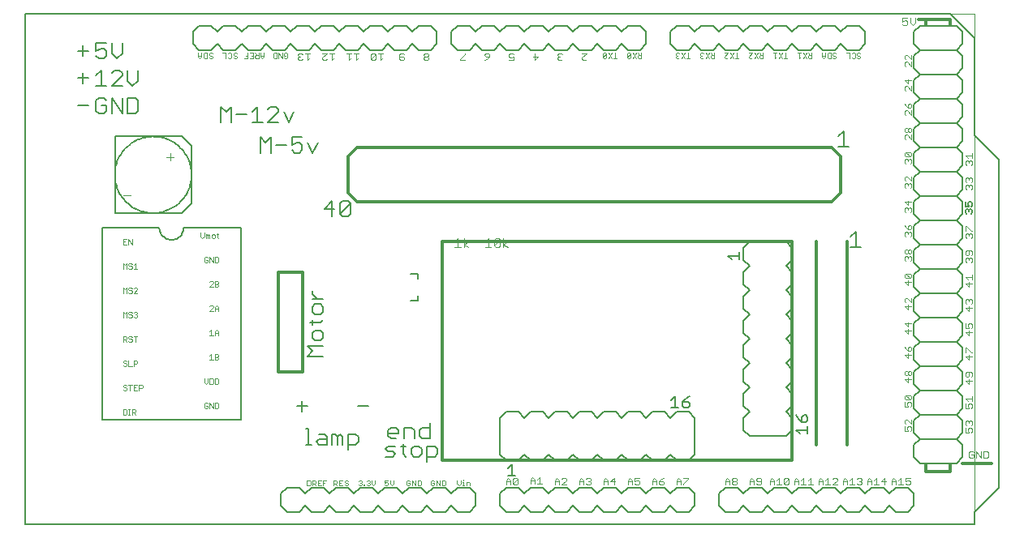
<source format=gto>
G75*
%MOIN*%
%OFA0B0*%
%FSLAX24Y24*%
%IPPOS*%
%LPD*%
%AMOC8*
5,1,8,0,0,1.08239X$1,22.5*
%
%ADD10C,0.0000*%
%ADD11C,0.0060*%
%ADD12C,0.0120*%
%ADD13C,0.0030*%
%ADD14C,0.0080*%
%ADD15C,0.0040*%
%ADD16C,0.0050*%
%ADD17C,0.0020*%
D10*
X004943Y000500D02*
X004943Y021495D01*
X043935Y021495D01*
X043935Y000500D01*
X004943Y000500D01*
D11*
X008093Y004800D02*
X008093Y012700D01*
X010443Y012700D01*
X010445Y012656D01*
X010451Y012613D01*
X010460Y012571D01*
X010473Y012529D01*
X010490Y012489D01*
X010510Y012450D01*
X010533Y012413D01*
X010560Y012379D01*
X010589Y012346D01*
X010622Y012317D01*
X010656Y012290D01*
X010693Y012267D01*
X010732Y012247D01*
X010772Y012230D01*
X010814Y012217D01*
X010856Y012208D01*
X010899Y012202D01*
X010943Y012200D01*
X010987Y012202D01*
X011030Y012208D01*
X011072Y012217D01*
X011114Y012230D01*
X011154Y012247D01*
X011193Y012267D01*
X011230Y012290D01*
X011264Y012317D01*
X011297Y012346D01*
X011326Y012379D01*
X011353Y012413D01*
X011376Y012450D01*
X011396Y012489D01*
X011413Y012529D01*
X011426Y012571D01*
X011435Y012613D01*
X011441Y012656D01*
X011443Y012700D01*
X013793Y012700D01*
X013793Y004800D01*
X008093Y004800D01*
X016098Y005350D02*
X016525Y005350D01*
X016311Y005137D02*
X016311Y005564D01*
X016473Y004421D02*
X016580Y004421D01*
X016580Y003780D01*
X016686Y003780D02*
X016473Y003780D01*
X016903Y003887D02*
X017009Y003994D01*
X017330Y003994D01*
X017330Y004100D02*
X017330Y003780D01*
X017009Y003780D01*
X016903Y003887D01*
X017009Y004207D02*
X017223Y004207D01*
X017330Y004100D01*
X017547Y004207D02*
X017547Y003780D01*
X017761Y003780D02*
X017761Y004100D01*
X017867Y004207D01*
X017974Y004100D01*
X017974Y003780D01*
X018192Y003780D02*
X018512Y003780D01*
X018619Y003887D01*
X018619Y004100D01*
X018512Y004207D01*
X018192Y004207D01*
X018192Y003566D01*
X017761Y004100D02*
X017654Y004207D01*
X017547Y004207D01*
X018598Y005350D02*
X019025Y005350D01*
X019955Y004457D02*
X020168Y004457D01*
X020275Y004350D01*
X020275Y004244D01*
X019848Y004244D01*
X019848Y004350D02*
X019955Y004457D01*
X019848Y004350D02*
X019848Y004137D01*
X019955Y004030D01*
X020168Y004030D01*
X020150Y003707D02*
X019830Y003707D01*
X019723Y003600D01*
X019830Y003494D01*
X020043Y003494D01*
X020150Y003387D01*
X020043Y003280D01*
X019723Y003280D01*
X020474Y003387D02*
X020474Y003814D01*
X020367Y003707D02*
X020581Y003707D01*
X020797Y003600D02*
X020797Y003387D01*
X020904Y003280D01*
X021117Y003280D01*
X021224Y003387D01*
X021224Y003600D01*
X021117Y003707D01*
X020904Y003707D01*
X020797Y003600D01*
X020474Y003387D02*
X020581Y003280D01*
X021442Y003280D02*
X021762Y003280D01*
X021869Y003387D01*
X021869Y003600D01*
X021762Y003707D01*
X021442Y003707D01*
X021442Y003066D01*
X021564Y004030D02*
X021244Y004030D01*
X021137Y004137D01*
X021137Y004350D01*
X021244Y004457D01*
X021564Y004457D01*
X021564Y004671D02*
X021564Y004030D01*
X020919Y004030D02*
X020919Y004350D01*
X020813Y004457D01*
X020492Y004457D01*
X020492Y004030D01*
X024443Y003375D02*
X024693Y003125D01*
X025193Y003125D01*
X025443Y003375D01*
X025693Y003125D01*
X026193Y003125D01*
X026443Y003375D01*
X026693Y003125D01*
X027193Y003125D01*
X027443Y003375D01*
X027693Y003125D01*
X028193Y003125D01*
X028443Y003375D01*
X028693Y003125D01*
X029193Y003125D01*
X029443Y003375D01*
X029693Y003125D01*
X030193Y003125D01*
X030443Y003375D01*
X030693Y003125D01*
X031193Y003125D01*
X031443Y003375D01*
X031693Y003125D01*
X032193Y003125D01*
X032443Y003375D01*
X032443Y004875D01*
X032193Y005125D01*
X031693Y005125D01*
X031443Y004875D01*
X031193Y005125D01*
X030693Y005125D01*
X030443Y004875D01*
X030193Y005125D01*
X029693Y005125D01*
X029443Y004875D01*
X029193Y005125D01*
X028693Y005125D01*
X028443Y004875D01*
X028193Y005125D01*
X027693Y005125D01*
X027443Y004875D01*
X027193Y005125D01*
X026693Y005125D01*
X026443Y004875D01*
X026193Y005125D01*
X025693Y005125D01*
X025443Y004875D01*
X025193Y005125D01*
X024693Y005125D01*
X024443Y004875D01*
X024443Y003375D01*
X017163Y007405D02*
X016522Y007405D01*
X016736Y007619D01*
X016522Y007832D01*
X017163Y007832D01*
X017056Y008050D02*
X017163Y008156D01*
X017163Y008370D01*
X017056Y008477D01*
X016843Y008477D01*
X016736Y008370D01*
X016736Y008156D01*
X016843Y008050D01*
X017056Y008050D01*
X016736Y008694D02*
X016736Y008908D01*
X016629Y008801D02*
X017056Y008801D01*
X017163Y008908D01*
X017056Y009124D02*
X017163Y009231D01*
X017163Y009444D01*
X017056Y009551D01*
X016843Y009551D01*
X016736Y009444D01*
X016736Y009231D01*
X016843Y009124D01*
X017056Y009124D01*
X016949Y009768D02*
X016736Y009982D01*
X016736Y010089D01*
X016736Y009768D02*
X017163Y009768D01*
X020758Y009690D02*
X021078Y009690D01*
X021078Y009910D01*
X021078Y010590D02*
X021078Y010810D01*
X020758Y010810D01*
X018294Y013262D02*
X018188Y013155D01*
X017974Y013155D01*
X017867Y013262D01*
X018294Y013689D01*
X018294Y013262D01*
X017867Y013262D02*
X017867Y013689D01*
X017974Y013796D01*
X018188Y013796D01*
X018294Y013689D01*
X017650Y013475D02*
X017223Y013475D01*
X017543Y013796D01*
X017543Y013155D01*
X016745Y015780D02*
X016959Y016207D01*
X016531Y016207D02*
X016745Y015780D01*
X016314Y015887D02*
X016314Y016100D01*
X016207Y016207D01*
X016100Y016207D01*
X015887Y016100D01*
X015887Y016421D01*
X016314Y016421D01*
X016314Y015887D02*
X016207Y015780D01*
X015994Y015780D01*
X015887Y015887D01*
X015669Y016100D02*
X015242Y016100D01*
X015025Y015780D02*
X015025Y016421D01*
X014811Y016207D01*
X014598Y016421D01*
X014598Y015780D01*
X014689Y017030D02*
X014262Y017030D01*
X014475Y017030D02*
X014475Y017671D01*
X014262Y017457D01*
X014044Y017350D02*
X013617Y017350D01*
X013400Y017030D02*
X013400Y017671D01*
X013186Y017457D01*
X012973Y017671D01*
X012973Y017030D01*
X014906Y017030D02*
X015334Y017457D01*
X015334Y017564D01*
X015227Y017671D01*
X015013Y017671D01*
X014906Y017564D01*
X015551Y017457D02*
X015765Y017030D01*
X015978Y017457D01*
X015334Y017030D02*
X014906Y017030D01*
X009564Y017512D02*
X009564Y017939D01*
X009457Y018046D01*
X009137Y018046D01*
X009137Y017405D01*
X009457Y017405D01*
X009564Y017512D01*
X008919Y017405D02*
X008919Y018046D01*
X008492Y018046D02*
X008919Y017405D01*
X008492Y017405D02*
X008492Y018046D01*
X008275Y017939D02*
X008168Y018046D01*
X007955Y018046D01*
X007848Y017939D01*
X007848Y017512D01*
X007955Y017405D01*
X008168Y017405D01*
X008275Y017512D01*
X008275Y017725D01*
X008061Y017725D01*
X007525Y017725D02*
X007098Y017725D01*
X007311Y018637D02*
X007311Y019064D01*
X007098Y018850D02*
X007525Y018850D01*
X007848Y018957D02*
X008061Y019171D01*
X008061Y018530D01*
X007848Y018530D02*
X008275Y018530D01*
X008492Y018530D02*
X008919Y018957D01*
X008919Y019064D01*
X008813Y019171D01*
X008599Y019171D01*
X008492Y019064D01*
X008492Y018530D02*
X008919Y018530D01*
X009137Y018744D02*
X009350Y018530D01*
X009564Y018744D01*
X009564Y019171D01*
X009137Y019171D02*
X009137Y018744D01*
X008706Y019655D02*
X008919Y019869D01*
X008919Y020296D01*
X008492Y020296D02*
X008492Y019869D01*
X008706Y019655D01*
X008275Y019762D02*
X008275Y019975D01*
X008168Y020082D01*
X008061Y020082D01*
X007848Y019975D01*
X007848Y020296D01*
X008275Y020296D01*
X008275Y019762D02*
X008168Y019655D01*
X007955Y019655D01*
X007848Y019762D01*
X007525Y019975D02*
X007098Y019975D01*
X007311Y020189D02*
X007311Y019762D01*
X034443Y011875D02*
X034443Y011375D01*
X034693Y011125D01*
X034443Y010875D01*
X034443Y010375D01*
X034693Y010125D01*
X034443Y009875D01*
X034443Y009375D01*
X034693Y009125D01*
X034443Y008875D01*
X034443Y008375D01*
X034693Y008125D01*
X034443Y007875D01*
X034443Y007375D01*
X034693Y007125D01*
X034443Y006875D01*
X034443Y006375D01*
X034693Y006125D01*
X034443Y005875D01*
X034443Y005375D01*
X034693Y005125D01*
X034443Y004875D01*
X034443Y004375D01*
X034693Y004125D01*
X036193Y004125D01*
X036443Y004375D01*
X036443Y004875D01*
X036193Y005125D01*
X036443Y005375D01*
X036443Y005875D01*
X036193Y006125D01*
X036443Y006375D01*
X036443Y006875D01*
X036193Y007125D01*
X036443Y007375D01*
X036443Y007875D01*
X036193Y008125D01*
X036443Y008375D01*
X036443Y008875D01*
X036193Y009125D01*
X036443Y009375D01*
X036443Y009875D01*
X036193Y010125D01*
X036443Y010375D01*
X036443Y010875D01*
X036193Y011125D01*
X036443Y011375D01*
X036443Y011875D01*
X036193Y012125D01*
X034693Y012125D01*
X034443Y011875D01*
X038848Y011905D02*
X039275Y011905D01*
X039061Y011905D02*
X039061Y012546D01*
X038848Y012332D01*
X041443Y012250D02*
X041443Y012750D01*
X041693Y013000D01*
X043193Y013000D01*
X043443Y013250D01*
X043443Y013750D01*
X043193Y014000D01*
X041693Y014000D01*
X041443Y014250D01*
X041443Y014750D01*
X041693Y015000D01*
X043193Y015000D01*
X043443Y015250D01*
X043443Y015750D01*
X043193Y016000D01*
X041693Y016000D01*
X041443Y016250D01*
X041443Y016750D01*
X041693Y017000D01*
X043193Y017000D01*
X043443Y017250D01*
X043443Y017750D01*
X043193Y018000D01*
X041693Y018000D01*
X041443Y018250D01*
X041443Y018750D01*
X041693Y019000D01*
X043193Y019000D01*
X043443Y018750D01*
X043443Y018250D01*
X043193Y018000D01*
X041693Y018000D02*
X041443Y017750D01*
X041443Y017250D01*
X041693Y017000D01*
X041693Y016000D02*
X041443Y015750D01*
X041443Y015250D01*
X041693Y015000D01*
X043193Y015000D02*
X043443Y014750D01*
X043443Y014250D01*
X043193Y014000D01*
X043193Y013000D02*
X043443Y012750D01*
X043443Y012250D01*
X043193Y012000D01*
X041693Y012000D01*
X041443Y011750D01*
X041443Y011250D01*
X041693Y011000D01*
X043193Y011000D01*
X043443Y010750D01*
X043443Y010250D01*
X043193Y010000D01*
X041693Y010000D01*
X041443Y010250D01*
X041443Y010750D01*
X041693Y011000D01*
X041693Y010000D02*
X041443Y009750D01*
X041443Y009250D01*
X041693Y009000D01*
X043193Y009000D01*
X043443Y009250D01*
X043443Y009750D01*
X043193Y010000D01*
X043193Y011000D02*
X043443Y011250D01*
X043443Y011750D01*
X043193Y012000D01*
X041693Y012000D02*
X041443Y012250D01*
X041693Y013000D02*
X041443Y013250D01*
X041443Y013750D01*
X041693Y014000D01*
X043193Y016000D02*
X043443Y016250D01*
X043443Y016750D01*
X043193Y017000D01*
X043193Y019000D02*
X043443Y019250D01*
X043443Y019750D01*
X043193Y020000D01*
X041693Y020000D02*
X041443Y019750D01*
X041443Y019250D01*
X041693Y019000D01*
X038561Y016671D02*
X038561Y016030D01*
X038348Y016030D02*
X038775Y016030D01*
X038348Y016457D02*
X038561Y016671D01*
X041693Y009000D02*
X041443Y008750D01*
X041443Y008250D01*
X041693Y008000D01*
X043193Y008000D01*
X043443Y008250D01*
X043443Y008750D01*
X043193Y009000D01*
X043193Y008000D02*
X043443Y007750D01*
X043443Y007250D01*
X043193Y007000D01*
X041693Y007000D01*
X041443Y007250D01*
X041443Y007750D01*
X041693Y008000D01*
X041693Y007000D02*
X041443Y006750D01*
X041443Y006250D01*
X041693Y006000D01*
X043193Y006000D01*
X043443Y006250D01*
X043443Y006750D01*
X043193Y007000D01*
X043193Y006000D02*
X043443Y005750D01*
X043443Y005250D01*
X043193Y005000D01*
X041693Y005000D01*
X041443Y005250D01*
X041443Y005750D01*
X041693Y006000D01*
X041693Y005000D02*
X041443Y004750D01*
X041443Y004250D01*
X041693Y004000D01*
X043193Y004000D02*
X043443Y004250D01*
X043443Y004750D01*
X043193Y005000D01*
D12*
X043443Y003000D02*
X044623Y003000D01*
X042943Y002980D02*
X042943Y002680D01*
X041943Y002680D01*
X041943Y002970D01*
X038693Y003750D02*
X038693Y012125D01*
X037443Y012125D02*
X037443Y003750D01*
X036443Y003125D02*
X022068Y003125D01*
X022068Y012125D01*
X036443Y012125D01*
X036443Y003125D01*
X038068Y013750D02*
X018568Y013750D01*
X018193Y014125D01*
X018193Y015625D01*
X018568Y016000D01*
X038068Y016000D01*
X038443Y015625D01*
X038443Y014125D01*
X038068Y013750D01*
X041943Y021030D02*
X041943Y021280D01*
X041643Y021280D01*
X041943Y021280D02*
X042943Y021280D01*
X042943Y021020D01*
X016318Y010875D02*
X016318Y006750D01*
X015318Y006750D01*
X015318Y010875D01*
X016318Y010875D01*
D13*
X022583Y011890D02*
X022830Y011890D01*
X022951Y011890D02*
X022951Y012260D01*
X023136Y012137D02*
X022951Y012013D01*
X023136Y011890D01*
X022706Y011890D02*
X022706Y012260D01*
X022583Y012137D01*
X023833Y012137D02*
X023956Y012260D01*
X023956Y011890D01*
X023833Y011890D02*
X024080Y011890D01*
X024201Y011952D02*
X024448Y012199D01*
X024448Y011952D01*
X024386Y011890D01*
X024263Y011890D01*
X024201Y011952D01*
X024201Y012199D01*
X024263Y012260D01*
X024386Y012260D01*
X024448Y012199D01*
X024569Y012260D02*
X024569Y011890D01*
X024569Y012013D02*
X024755Y012137D01*
X024569Y012013D02*
X024755Y011890D01*
X028703Y019675D02*
X028668Y019710D01*
X028808Y019850D01*
X028773Y019885D01*
X028703Y019885D01*
X028668Y019850D01*
X028668Y019710D01*
X028703Y019675D02*
X028773Y019675D01*
X028808Y019710D01*
X028808Y019850D01*
X028889Y019885D02*
X029029Y019675D01*
X029110Y019675D02*
X029250Y019675D01*
X029180Y019675D02*
X029180Y019885D01*
X029029Y019885D02*
X028889Y019675D01*
X029668Y019710D02*
X029668Y019850D01*
X029703Y019885D01*
X029773Y019885D01*
X029808Y019850D01*
X029668Y019710D01*
X029703Y019675D01*
X029773Y019675D01*
X029808Y019710D01*
X029808Y019850D01*
X029889Y019885D02*
X030029Y019675D01*
X030110Y019710D02*
X030110Y019780D01*
X030145Y019815D01*
X030250Y019815D01*
X030250Y019885D02*
X030250Y019675D01*
X030145Y019675D01*
X030110Y019710D01*
X030180Y019815D02*
X030110Y019885D01*
X030029Y019885D02*
X029889Y019675D01*
X031668Y019710D02*
X031668Y019745D01*
X031703Y019780D01*
X031668Y019815D01*
X031668Y019850D01*
X031703Y019885D01*
X031773Y019885D01*
X031808Y019850D01*
X031889Y019885D02*
X032029Y019675D01*
X032110Y019675D02*
X032250Y019675D01*
X032180Y019675D02*
X032180Y019885D01*
X032029Y019885D02*
X031889Y019675D01*
X031808Y019710D02*
X031773Y019675D01*
X031703Y019675D01*
X031668Y019710D01*
X031703Y019780D02*
X031738Y019780D01*
X032668Y019815D02*
X032703Y019780D01*
X032738Y019780D01*
X032703Y019780D02*
X032668Y019745D01*
X032668Y019710D01*
X032703Y019675D01*
X032773Y019675D01*
X032808Y019710D01*
X032889Y019675D02*
X033029Y019885D01*
X033110Y019885D02*
X033180Y019815D01*
X033145Y019815D02*
X033250Y019815D01*
X033250Y019885D02*
X033250Y019675D01*
X033145Y019675D01*
X033110Y019710D01*
X033110Y019780D01*
X033145Y019815D01*
X033029Y019675D02*
X032889Y019885D01*
X032808Y019850D02*
X032773Y019885D01*
X032703Y019885D01*
X032668Y019850D01*
X032668Y019815D01*
X033668Y019885D02*
X033808Y019885D01*
X033668Y019745D01*
X033668Y019710D01*
X033703Y019675D01*
X033773Y019675D01*
X033808Y019710D01*
X033889Y019675D02*
X034029Y019885D01*
X033889Y019885D02*
X034029Y019675D01*
X034110Y019675D02*
X034250Y019675D01*
X034180Y019675D02*
X034180Y019885D01*
X034668Y019885D02*
X034808Y019885D01*
X034668Y019745D01*
X034668Y019710D01*
X034703Y019675D01*
X034773Y019675D01*
X034808Y019710D01*
X034889Y019675D02*
X035029Y019885D01*
X035110Y019885D02*
X035180Y019815D01*
X035145Y019815D02*
X035250Y019815D01*
X035250Y019885D02*
X035250Y019675D01*
X035145Y019675D01*
X035110Y019710D01*
X035110Y019780D01*
X035145Y019815D01*
X035029Y019675D02*
X034889Y019885D01*
X035668Y019885D02*
X035808Y019885D01*
X035738Y019885D02*
X035738Y019675D01*
X035808Y019745D01*
X035889Y019675D02*
X036029Y019885D01*
X035889Y019885D02*
X036029Y019675D01*
X036110Y019675D02*
X036250Y019675D01*
X036180Y019675D02*
X036180Y019885D01*
X036668Y019885D02*
X036808Y019885D01*
X036738Y019885D02*
X036738Y019675D01*
X036808Y019745D01*
X036889Y019675D02*
X037029Y019885D01*
X037110Y019885D02*
X037180Y019815D01*
X037145Y019815D02*
X037250Y019815D01*
X037250Y019885D02*
X037250Y019675D01*
X037145Y019675D01*
X037110Y019710D01*
X037110Y019780D01*
X037145Y019815D01*
X037029Y019675D02*
X036889Y019885D01*
X037668Y019885D02*
X037668Y019745D01*
X037738Y019675D01*
X037808Y019745D01*
X037808Y019885D01*
X037889Y019850D02*
X037889Y019710D01*
X037924Y019675D01*
X038029Y019675D01*
X038029Y019885D01*
X037924Y019885D01*
X037889Y019850D01*
X037808Y019780D02*
X037668Y019780D01*
X038110Y019815D02*
X038110Y019850D01*
X038145Y019885D01*
X038215Y019885D01*
X038250Y019850D01*
X038215Y019780D02*
X038145Y019780D01*
X038110Y019815D01*
X038110Y019710D02*
X038145Y019675D01*
X038215Y019675D01*
X038250Y019710D01*
X038250Y019745D01*
X038215Y019780D01*
X038668Y019885D02*
X038808Y019885D01*
X038808Y019675D01*
X038889Y019710D02*
X038924Y019675D01*
X038994Y019675D01*
X039029Y019710D01*
X039029Y019850D01*
X038994Y019885D01*
X038924Y019885D01*
X038889Y019850D01*
X039110Y019850D02*
X039145Y019885D01*
X039215Y019885D01*
X039250Y019850D01*
X039215Y019780D02*
X039145Y019780D01*
X039110Y019815D01*
X039110Y019850D01*
X039215Y019780D02*
X039250Y019745D01*
X039250Y019710D01*
X039215Y019675D01*
X039145Y019675D01*
X039110Y019710D01*
X015709Y019710D02*
X015709Y019850D01*
X015674Y019885D01*
X015604Y019885D01*
X015569Y019850D01*
X015569Y019780D01*
X015639Y019780D01*
X015709Y019710D02*
X015674Y019675D01*
X015604Y019675D01*
X015569Y019710D01*
X015488Y019675D02*
X015348Y019885D01*
X015348Y019675D01*
X015267Y019675D02*
X015267Y019885D01*
X015162Y019885D01*
X015127Y019850D01*
X015127Y019710D01*
X015162Y019675D01*
X015267Y019675D01*
X015488Y019675D02*
X015488Y019885D01*
X014744Y019885D02*
X014744Y019745D01*
X014674Y019675D01*
X014604Y019745D01*
X014604Y019885D01*
X014523Y019885D02*
X014523Y019675D01*
X014418Y019675D01*
X014383Y019710D01*
X014383Y019780D01*
X014418Y019815D01*
X014523Y019815D01*
X014453Y019815D02*
X014383Y019885D01*
X014302Y019885D02*
X014162Y019885D01*
X014081Y019885D02*
X014081Y019675D01*
X013941Y019675D01*
X014011Y019780D02*
X014081Y019780D01*
X014162Y019675D02*
X014302Y019675D01*
X014302Y019885D01*
X014302Y019780D02*
X014232Y019780D01*
X014604Y019780D02*
X014744Y019780D01*
X013625Y019745D02*
X013590Y019780D01*
X013520Y019780D01*
X013485Y019815D01*
X013485Y019850D01*
X013520Y019885D01*
X013590Y019885D01*
X013625Y019850D01*
X013625Y019745D02*
X013625Y019710D01*
X013590Y019675D01*
X013520Y019675D01*
X013485Y019710D01*
X013404Y019710D02*
X013404Y019850D01*
X013369Y019885D01*
X013299Y019885D01*
X013264Y019850D01*
X013183Y019885D02*
X013043Y019885D01*
X013183Y019885D02*
X013183Y019675D01*
X013264Y019710D02*
X013299Y019675D01*
X013369Y019675D01*
X013404Y019710D01*
X012625Y019710D02*
X012625Y019745D01*
X012590Y019780D01*
X012520Y019780D01*
X012485Y019815D01*
X012485Y019850D01*
X012520Y019885D01*
X012590Y019885D01*
X012625Y019850D01*
X012625Y019710D02*
X012590Y019675D01*
X012520Y019675D01*
X012485Y019710D01*
X012404Y019675D02*
X012299Y019675D01*
X012264Y019710D01*
X012264Y019850D01*
X012299Y019885D01*
X012404Y019885D01*
X012404Y019675D01*
X012183Y019745D02*
X012113Y019675D01*
X012043Y019745D01*
X012043Y019885D01*
X012043Y019780D02*
X012183Y019780D01*
X012183Y019745D02*
X012183Y019885D01*
X016514Y002310D02*
X016619Y002310D01*
X016654Y002275D01*
X016654Y002135D01*
X016619Y002100D01*
X016514Y002100D01*
X016514Y002310D01*
X016735Y002310D02*
X016735Y002100D01*
X016735Y002170D02*
X016840Y002170D01*
X016875Y002205D01*
X016875Y002275D01*
X016840Y002310D01*
X016735Y002310D01*
X016805Y002170D02*
X016875Y002100D01*
X016956Y002100D02*
X017096Y002100D01*
X017177Y002100D02*
X017177Y002310D01*
X017317Y002310D01*
X017247Y002205D02*
X017177Y002205D01*
X017096Y002310D02*
X016956Y002310D01*
X016956Y002100D01*
X016956Y002205D02*
X017026Y002205D01*
X017610Y002170D02*
X017715Y002170D01*
X017750Y002205D01*
X017750Y002275D01*
X017715Y002310D01*
X017610Y002310D01*
X017610Y002100D01*
X017680Y002170D02*
X017750Y002100D01*
X017831Y002100D02*
X017971Y002100D01*
X018052Y002135D02*
X018087Y002100D01*
X018157Y002100D01*
X018192Y002135D01*
X018192Y002170D01*
X018157Y002205D01*
X018087Y002205D01*
X018052Y002240D01*
X018052Y002275D01*
X018087Y002310D01*
X018157Y002310D01*
X018192Y002275D01*
X017971Y002310D02*
X017831Y002310D01*
X017831Y002100D01*
X017831Y002205D02*
X017901Y002205D01*
X018624Y002135D02*
X018659Y002100D01*
X018729Y002100D01*
X018765Y002135D01*
X018765Y002170D01*
X018729Y002205D01*
X018694Y002205D01*
X018729Y002205D02*
X018765Y002240D01*
X018765Y002275D01*
X018729Y002310D01*
X018659Y002310D01*
X018624Y002275D01*
X018845Y002135D02*
X018880Y002135D01*
X018880Y002100D01*
X018845Y002100D01*
X018845Y002135D01*
X018956Y002135D02*
X018991Y002100D01*
X019061Y002100D01*
X019096Y002135D01*
X019096Y002170D01*
X019061Y002205D01*
X019026Y002205D01*
X019061Y002205D02*
X019096Y002240D01*
X019096Y002275D01*
X019061Y002310D01*
X018991Y002310D01*
X018956Y002275D01*
X019177Y002310D02*
X019177Y002170D01*
X019247Y002100D01*
X019317Y002170D01*
X019317Y002310D01*
X019706Y002310D02*
X019706Y002205D01*
X019776Y002240D01*
X019811Y002240D01*
X019846Y002205D01*
X019846Y002135D01*
X019811Y002100D01*
X019741Y002100D01*
X019706Y002135D01*
X019706Y002310D02*
X019846Y002310D01*
X019927Y002310D02*
X019927Y002170D01*
X019997Y002100D01*
X020067Y002170D01*
X020067Y002310D01*
X020610Y002275D02*
X020610Y002135D01*
X020645Y002100D01*
X020715Y002100D01*
X020750Y002135D01*
X020750Y002205D01*
X020680Y002205D01*
X020750Y002275D02*
X020715Y002310D01*
X020645Y002310D01*
X020610Y002275D01*
X020831Y002310D02*
X020971Y002100D01*
X020971Y002310D01*
X021052Y002310D02*
X021157Y002310D01*
X021192Y002275D01*
X021192Y002135D01*
X021157Y002100D01*
X021052Y002100D01*
X021052Y002310D01*
X020831Y002310D02*
X020831Y002100D01*
X021610Y002135D02*
X021610Y002275D01*
X021645Y002310D01*
X021715Y002310D01*
X021750Y002275D01*
X021750Y002205D02*
X021680Y002205D01*
X021750Y002205D02*
X021750Y002135D01*
X021715Y002100D01*
X021645Y002100D01*
X021610Y002135D01*
X021831Y002100D02*
X021831Y002310D01*
X021971Y002100D01*
X021971Y002310D01*
X022052Y002310D02*
X022157Y002310D01*
X022192Y002275D01*
X022192Y002135D01*
X022157Y002100D01*
X022052Y002100D01*
X022052Y002310D01*
X022684Y002310D02*
X022684Y002170D01*
X022754Y002100D01*
X022824Y002170D01*
X022824Y002310D01*
X022905Y002240D02*
X022940Y002240D01*
X022940Y002100D01*
X022905Y002100D02*
X022975Y002100D01*
X023052Y002100D02*
X023052Y002240D01*
X023157Y002240D01*
X023192Y002205D01*
X023192Y002100D01*
X022940Y002310D02*
X022940Y002345D01*
D14*
X004943Y000500D02*
X004943Y021500D01*
X042943Y021500D01*
X043943Y020500D01*
X043943Y016500D01*
X044943Y015500D01*
X044943Y002000D01*
X043943Y001000D01*
X043943Y000500D01*
X004943Y000500D01*
X015443Y001250D02*
X015693Y001000D01*
X016193Y001000D01*
X016443Y001250D01*
X016693Y001000D01*
X017193Y001000D01*
X017443Y001250D01*
X017693Y001000D01*
X018193Y001000D01*
X018443Y001250D01*
X018693Y001000D01*
X019193Y001000D01*
X019443Y001250D01*
X019693Y001000D01*
X020193Y001000D01*
X020443Y001250D01*
X020693Y001000D01*
X021193Y001000D01*
X021443Y001250D01*
X021693Y001000D01*
X022193Y001000D01*
X022443Y001250D01*
X022693Y001000D01*
X023193Y001000D01*
X023443Y001250D01*
X023443Y001750D01*
X023193Y002000D01*
X022693Y002000D01*
X022443Y001750D01*
X022193Y002000D01*
X021693Y002000D01*
X021443Y001750D01*
X021193Y002000D01*
X020693Y002000D01*
X020443Y001750D01*
X020193Y002000D01*
X019693Y002000D01*
X019443Y001750D01*
X019193Y002000D01*
X018693Y002000D01*
X018443Y001750D01*
X018193Y002000D01*
X017693Y002000D01*
X017443Y001750D01*
X017193Y002000D01*
X016693Y002000D01*
X016443Y001750D01*
X016193Y002000D01*
X015693Y002000D01*
X015443Y001750D01*
X015443Y001250D01*
X024443Y001250D02*
X024693Y001000D01*
X025193Y001000D01*
X025443Y001250D01*
X025693Y001000D01*
X026193Y001000D01*
X026443Y001250D01*
X026693Y001000D01*
X027193Y001000D01*
X027443Y001250D01*
X027693Y001000D01*
X028193Y001000D01*
X028443Y001250D01*
X028693Y001000D01*
X029193Y001000D01*
X029443Y001250D01*
X029693Y001000D01*
X030193Y001000D01*
X030443Y001250D01*
X030693Y001000D01*
X031193Y001000D01*
X031443Y001250D01*
X031693Y001000D01*
X032193Y001000D01*
X032443Y001250D01*
X032443Y001750D01*
X032193Y002000D01*
X031693Y002000D01*
X031443Y001750D01*
X031193Y002000D01*
X030693Y002000D01*
X030443Y001750D01*
X030193Y002000D01*
X029693Y002000D01*
X029443Y001750D01*
X029193Y002000D01*
X028693Y002000D01*
X028443Y001750D01*
X028193Y002000D01*
X027693Y002000D01*
X027443Y001750D01*
X027193Y002000D01*
X026693Y002000D01*
X026443Y001750D01*
X026193Y002000D01*
X025693Y002000D01*
X025443Y001750D01*
X025193Y002000D01*
X024693Y002000D01*
X024443Y001750D01*
X024443Y001250D01*
X033443Y001250D02*
X033693Y001000D01*
X034193Y001000D01*
X034443Y001250D01*
X034693Y001000D01*
X035193Y001000D01*
X035443Y001250D01*
X035693Y001000D01*
X036193Y001000D01*
X036443Y001250D01*
X036693Y001000D01*
X037193Y001000D01*
X037443Y001250D01*
X037693Y001000D01*
X038193Y001000D01*
X038443Y001250D01*
X038693Y001000D01*
X039193Y001000D01*
X039443Y001250D01*
X039693Y001000D01*
X040193Y001000D01*
X040443Y001250D01*
X040693Y001000D01*
X041193Y001000D01*
X041443Y001250D01*
X041443Y001750D01*
X041193Y002000D01*
X040693Y002000D01*
X040443Y001750D01*
X040193Y002000D01*
X039693Y002000D01*
X039443Y001750D01*
X039193Y002000D01*
X038693Y002000D01*
X038443Y001750D01*
X038193Y002000D01*
X037693Y002000D01*
X037443Y001750D01*
X037193Y002000D01*
X036693Y002000D01*
X036443Y001750D01*
X036193Y002000D01*
X035693Y002000D01*
X035443Y001750D01*
X035193Y002000D01*
X034693Y002000D01*
X034443Y001750D01*
X034193Y002000D01*
X033693Y002000D01*
X033443Y001750D01*
X033443Y001250D01*
X041443Y003250D02*
X041693Y003000D01*
X043193Y003000D01*
X043443Y003250D01*
X043443Y003750D01*
X043193Y004000D01*
X041693Y004000D01*
X041443Y003750D01*
X041443Y003250D01*
X041693Y020000D02*
X043193Y020000D01*
X043443Y020250D01*
X043443Y020750D01*
X043193Y021000D01*
X041693Y021000D01*
X041443Y020750D01*
X041443Y020250D01*
X041693Y020000D01*
X039443Y020250D02*
X039193Y020000D01*
X038693Y020000D01*
X038443Y020250D01*
X038193Y020000D01*
X037693Y020000D01*
X037443Y020250D01*
X037193Y020000D01*
X036693Y020000D01*
X036443Y020250D01*
X036193Y020000D01*
X035693Y020000D01*
X035443Y020250D01*
X035193Y020000D01*
X034693Y020000D01*
X034443Y020250D01*
X034193Y020000D01*
X033693Y020000D01*
X033443Y020250D01*
X033193Y020000D01*
X032693Y020000D01*
X032443Y020250D01*
X032193Y020000D01*
X031693Y020000D01*
X031443Y020250D01*
X031443Y020750D01*
X031693Y021000D01*
X032193Y021000D01*
X032443Y020750D01*
X032693Y021000D01*
X033193Y021000D01*
X033443Y020750D01*
X033693Y021000D01*
X034193Y021000D01*
X034443Y020750D01*
X034693Y021000D01*
X035193Y021000D01*
X035443Y020750D01*
X035693Y021000D01*
X036193Y021000D01*
X036443Y020750D01*
X036693Y021000D01*
X037193Y021000D01*
X037443Y020750D01*
X037693Y021000D01*
X038193Y021000D01*
X038443Y020750D01*
X038693Y021000D01*
X039193Y021000D01*
X039443Y020750D01*
X039443Y020250D01*
X030443Y020250D02*
X030193Y020000D01*
X029693Y020000D01*
X029443Y020250D01*
X029193Y020000D01*
X028693Y020000D01*
X028443Y020250D01*
X028193Y020000D01*
X027693Y020000D01*
X027443Y020250D01*
X027193Y020000D01*
X026693Y020000D01*
X026443Y020250D01*
X026193Y020000D01*
X025693Y020000D01*
X025443Y020250D01*
X025193Y020000D01*
X024693Y020000D01*
X024443Y020250D01*
X024193Y020000D01*
X023693Y020000D01*
X023443Y020250D01*
X023193Y020000D01*
X022693Y020000D01*
X022443Y020250D01*
X022443Y020750D01*
X022693Y021000D01*
X023193Y021000D01*
X023443Y020750D01*
X023693Y021000D01*
X024193Y021000D01*
X024443Y020750D01*
X024693Y021000D01*
X025193Y021000D01*
X025443Y020750D01*
X025693Y021000D01*
X026193Y021000D01*
X026443Y020750D01*
X026693Y021000D01*
X027193Y021000D01*
X027443Y020750D01*
X027693Y021000D01*
X028193Y021000D01*
X028443Y020750D01*
X028693Y021000D01*
X029193Y021000D01*
X029443Y020750D01*
X029693Y021000D01*
X030193Y021000D01*
X030443Y020750D01*
X030443Y020250D01*
X021843Y020250D02*
X021593Y020000D01*
X021093Y020000D01*
X020843Y020250D01*
X020593Y020000D01*
X020093Y020000D01*
X019843Y020250D01*
X019593Y020000D01*
X019093Y020000D01*
X018843Y020250D01*
X018593Y020000D01*
X018093Y020000D01*
X017843Y020250D01*
X017593Y020000D01*
X017093Y020000D01*
X016843Y020250D01*
X016593Y020000D01*
X016093Y020000D01*
X015843Y020250D01*
X015593Y020000D01*
X015093Y020000D01*
X014843Y020250D01*
X014593Y020000D01*
X014093Y020000D01*
X013843Y020250D01*
X013818Y020250D02*
X013568Y020000D01*
X013068Y020000D01*
X012818Y020250D01*
X012568Y020000D01*
X012068Y020000D01*
X011818Y020250D01*
X011818Y020750D01*
X012068Y021000D01*
X012568Y021000D01*
X012818Y020750D01*
X013068Y021000D01*
X013568Y021000D01*
X013818Y020750D01*
X013843Y020750D02*
X014093Y021000D01*
X014593Y021000D01*
X014843Y020750D01*
X015093Y021000D01*
X015593Y021000D01*
X015843Y020750D01*
X016093Y021000D01*
X016593Y021000D01*
X016843Y020750D01*
X017093Y021000D01*
X017593Y021000D01*
X017843Y020750D01*
X018093Y021000D01*
X018593Y021000D01*
X018843Y020750D01*
X019093Y021000D01*
X019593Y021000D01*
X019843Y020750D01*
X020093Y021000D01*
X020593Y021000D01*
X020843Y020750D01*
X021093Y021000D01*
X021593Y021000D01*
X021843Y020750D01*
X021843Y020250D01*
D15*
X021451Y019880D02*
X021498Y019833D01*
X021498Y019787D01*
X021451Y019740D01*
X021358Y019740D01*
X021311Y019787D01*
X021311Y019833D01*
X021358Y019880D01*
X021451Y019880D01*
X021451Y019740D02*
X021498Y019693D01*
X021498Y019646D01*
X021451Y019600D01*
X021358Y019600D01*
X021311Y019646D01*
X021311Y019693D01*
X021358Y019740D01*
X020498Y019693D02*
X020451Y019740D01*
X020311Y019740D01*
X020311Y019833D02*
X020311Y019646D01*
X020358Y019600D01*
X020451Y019600D01*
X020498Y019646D01*
X020498Y019693D01*
X020498Y019833D02*
X020451Y019880D01*
X020358Y019880D01*
X020311Y019833D01*
X019623Y019880D02*
X019436Y019880D01*
X019529Y019880D02*
X019529Y019600D01*
X019623Y019693D01*
X019328Y019646D02*
X019328Y019833D01*
X019141Y019646D01*
X019141Y019833D01*
X019188Y019880D01*
X019281Y019880D01*
X019328Y019833D01*
X019328Y019646D02*
X019281Y019600D01*
X019188Y019600D01*
X019141Y019646D01*
X018623Y019693D02*
X018529Y019600D01*
X018529Y019880D01*
X018436Y019880D02*
X018623Y019880D01*
X018328Y019880D02*
X018141Y019880D01*
X018235Y019880D02*
X018235Y019600D01*
X018328Y019693D01*
X017623Y019693D02*
X017529Y019600D01*
X017529Y019880D01*
X017436Y019880D02*
X017623Y019880D01*
X017328Y019880D02*
X017141Y019693D01*
X017141Y019646D01*
X017188Y019600D01*
X017281Y019600D01*
X017328Y019646D01*
X017328Y019880D02*
X017141Y019880D01*
X016623Y019880D02*
X016436Y019880D01*
X016529Y019880D02*
X016529Y019600D01*
X016623Y019693D01*
X016328Y019646D02*
X016281Y019600D01*
X016188Y019600D01*
X016141Y019646D01*
X016141Y019693D01*
X016188Y019740D01*
X016141Y019787D01*
X016141Y019833D01*
X016188Y019880D01*
X016281Y019880D01*
X016328Y019833D01*
X016235Y019740D02*
X016188Y019740D01*
X010890Y015763D02*
X010890Y015456D01*
X010737Y015609D02*
X011044Y015609D01*
X009272Y014035D02*
X008965Y014035D01*
X022811Y019600D02*
X022811Y019646D01*
X022998Y019833D01*
X022998Y019880D01*
X022998Y019600D02*
X022811Y019600D01*
X023811Y019600D02*
X023904Y019646D01*
X023998Y019740D01*
X023858Y019740D01*
X023811Y019787D01*
X023811Y019833D01*
X023858Y019880D01*
X023951Y019880D01*
X023998Y019833D01*
X023998Y019740D01*
X024811Y019740D02*
X024811Y019833D01*
X024858Y019880D01*
X024951Y019880D01*
X024998Y019833D01*
X024998Y019740D02*
X024904Y019693D01*
X024858Y019693D01*
X024811Y019740D01*
X024811Y019600D02*
X024998Y019600D01*
X024998Y019740D01*
X025811Y019740D02*
X025998Y019740D01*
X025858Y019600D01*
X025858Y019880D01*
X026811Y019833D02*
X026811Y019787D01*
X026858Y019740D01*
X026904Y019740D01*
X026858Y019740D02*
X026811Y019693D01*
X026811Y019646D01*
X026858Y019600D01*
X026951Y019600D01*
X026998Y019646D01*
X026998Y019833D02*
X026951Y019880D01*
X026858Y019880D01*
X026811Y019833D01*
X027811Y019880D02*
X027998Y019880D01*
X027811Y019693D01*
X027811Y019646D01*
X027858Y019600D01*
X027951Y019600D01*
X027998Y019646D01*
X040963Y021072D02*
X041015Y021020D01*
X041118Y021020D01*
X041170Y021072D01*
X041170Y021175D01*
X041118Y021227D01*
X041066Y021227D01*
X040963Y021175D01*
X040963Y021330D01*
X041170Y021330D01*
X041285Y021330D02*
X041285Y021123D01*
X041389Y021020D01*
X041492Y021123D01*
X041492Y021330D01*
X041348Y019811D02*
X041348Y019625D01*
X041161Y019811D01*
X041114Y019811D01*
X041068Y019765D01*
X041068Y019671D01*
X041114Y019625D01*
X041114Y019517D02*
X041068Y019470D01*
X041068Y019377D01*
X041114Y019330D01*
X041114Y019517D02*
X041161Y019517D01*
X041348Y019330D01*
X041348Y019517D01*
X041208Y018811D02*
X041208Y018625D01*
X041068Y018765D01*
X041348Y018765D01*
X041348Y018517D02*
X041348Y018330D01*
X041161Y018517D01*
X041114Y018517D01*
X041068Y018470D01*
X041068Y018377D01*
X041114Y018330D01*
X041068Y017811D02*
X041114Y017718D01*
X041208Y017625D01*
X041208Y017765D01*
X041254Y017811D01*
X041301Y017811D01*
X041348Y017765D01*
X041348Y017671D01*
X041301Y017625D01*
X041208Y017625D01*
X041161Y017517D02*
X041114Y017517D01*
X041068Y017470D01*
X041068Y017377D01*
X041114Y017330D01*
X041161Y017517D02*
X041348Y017330D01*
X041348Y017517D01*
X041301Y016811D02*
X041348Y016765D01*
X041348Y016671D01*
X041301Y016625D01*
X041254Y016625D01*
X041208Y016671D01*
X041208Y016765D01*
X041254Y016811D01*
X041301Y016811D01*
X041208Y016765D02*
X041161Y016811D01*
X041114Y016811D01*
X041068Y016765D01*
X041068Y016671D01*
X041114Y016625D01*
X041161Y016625D01*
X041208Y016671D01*
X041161Y016517D02*
X041114Y016517D01*
X041068Y016470D01*
X041068Y016377D01*
X041114Y016330D01*
X041161Y016517D02*
X041348Y016330D01*
X041348Y016517D01*
X041301Y015811D02*
X041348Y015765D01*
X041348Y015671D01*
X041301Y015625D01*
X041114Y015811D01*
X041301Y015811D01*
X041301Y015625D02*
X041114Y015625D01*
X041068Y015671D01*
X041068Y015765D01*
X041114Y015811D01*
X041114Y015517D02*
X041161Y015517D01*
X041208Y015470D01*
X041254Y015517D01*
X041301Y015517D01*
X041348Y015470D01*
X041348Y015377D01*
X041301Y015330D01*
X041208Y015423D02*
X041208Y015470D01*
X041114Y015517D02*
X041068Y015470D01*
X041068Y015377D01*
X041114Y015330D01*
X041114Y014811D02*
X041068Y014765D01*
X041068Y014671D01*
X041114Y014625D01*
X041114Y014517D02*
X041161Y014517D01*
X041208Y014470D01*
X041254Y014517D01*
X041301Y014517D01*
X041348Y014470D01*
X041348Y014377D01*
X041301Y014330D01*
X041208Y014423D02*
X041208Y014470D01*
X041114Y014517D02*
X041068Y014470D01*
X041068Y014377D01*
X041114Y014330D01*
X041348Y014625D02*
X041161Y014811D01*
X041114Y014811D01*
X041348Y014811D02*
X041348Y014625D01*
X041208Y013811D02*
X041208Y013625D01*
X041068Y013765D01*
X041348Y013765D01*
X041301Y013517D02*
X041348Y013470D01*
X041348Y013377D01*
X041301Y013330D01*
X041208Y013423D02*
X041208Y013470D01*
X041254Y013517D01*
X041301Y013517D01*
X041208Y013470D02*
X041161Y013517D01*
X041114Y013517D01*
X041068Y013470D01*
X041068Y013377D01*
X041114Y013330D01*
X041068Y012811D02*
X041114Y012718D01*
X041208Y012625D01*
X041208Y012765D01*
X041254Y012811D01*
X041301Y012811D01*
X041348Y012765D01*
X041348Y012671D01*
X041301Y012625D01*
X041208Y012625D01*
X041254Y012517D02*
X041301Y012517D01*
X041348Y012470D01*
X041348Y012377D01*
X041301Y012330D01*
X041208Y012423D02*
X041208Y012470D01*
X041254Y012517D01*
X041208Y012470D02*
X041161Y012517D01*
X041114Y012517D01*
X041068Y012470D01*
X041068Y012377D01*
X041114Y012330D01*
X041114Y011811D02*
X041161Y011811D01*
X041208Y011765D01*
X041208Y011671D01*
X041161Y011625D01*
X041114Y011625D01*
X041068Y011671D01*
X041068Y011765D01*
X041114Y011811D01*
X041208Y011765D02*
X041254Y011811D01*
X041301Y011811D01*
X041348Y011765D01*
X041348Y011671D01*
X041301Y011625D01*
X041254Y011625D01*
X041208Y011671D01*
X041254Y011517D02*
X041301Y011517D01*
X041348Y011470D01*
X041348Y011377D01*
X041301Y011330D01*
X041208Y011423D02*
X041208Y011470D01*
X041254Y011517D01*
X041208Y011470D02*
X041161Y011517D01*
X041114Y011517D01*
X041068Y011470D01*
X041068Y011377D01*
X041114Y011330D01*
X041114Y010811D02*
X041301Y010625D01*
X041348Y010671D01*
X041348Y010765D01*
X041301Y010811D01*
X041114Y010811D01*
X041068Y010765D01*
X041068Y010671D01*
X041114Y010625D01*
X041301Y010625D01*
X041208Y010517D02*
X041208Y010330D01*
X041068Y010470D01*
X041348Y010470D01*
X041348Y009811D02*
X041348Y009625D01*
X041161Y009811D01*
X041114Y009811D01*
X041068Y009765D01*
X041068Y009671D01*
X041114Y009625D01*
X041208Y009517D02*
X041208Y009330D01*
X041068Y009470D01*
X041348Y009470D01*
X041208Y008811D02*
X041208Y008625D01*
X041068Y008765D01*
X041348Y008765D01*
X041208Y008517D02*
X041208Y008330D01*
X041068Y008470D01*
X041348Y008470D01*
X041301Y007811D02*
X041254Y007811D01*
X041208Y007765D01*
X041208Y007625D01*
X041301Y007625D01*
X041348Y007671D01*
X041348Y007765D01*
X041301Y007811D01*
X041208Y007625D02*
X041114Y007718D01*
X041068Y007811D01*
X041208Y007517D02*
X041208Y007330D01*
X041068Y007470D01*
X041348Y007470D01*
X041301Y006811D02*
X041348Y006765D01*
X041348Y006671D01*
X041301Y006625D01*
X041254Y006625D01*
X041208Y006671D01*
X041208Y006765D01*
X041254Y006811D01*
X041301Y006811D01*
X041208Y006765D02*
X041161Y006811D01*
X041114Y006811D01*
X041068Y006765D01*
X041068Y006671D01*
X041114Y006625D01*
X041161Y006625D01*
X041208Y006671D01*
X041208Y006517D02*
X041208Y006330D01*
X041068Y006470D01*
X041348Y006470D01*
X041301Y005811D02*
X041348Y005765D01*
X041348Y005671D01*
X041301Y005625D01*
X041114Y005811D01*
X041301Y005811D01*
X041301Y005625D02*
X041114Y005625D01*
X041068Y005671D01*
X041068Y005765D01*
X041114Y005811D01*
X041068Y005517D02*
X041068Y005330D01*
X041208Y005330D01*
X041161Y005423D01*
X041161Y005470D01*
X041208Y005517D01*
X041301Y005517D01*
X041348Y005470D01*
X041348Y005377D01*
X041301Y005330D01*
X041348Y004811D02*
X041348Y004625D01*
X041161Y004811D01*
X041114Y004811D01*
X041068Y004765D01*
X041068Y004671D01*
X041114Y004625D01*
X041068Y004517D02*
X041068Y004330D01*
X041208Y004330D01*
X041161Y004423D01*
X041161Y004470D01*
X041208Y004517D01*
X041301Y004517D01*
X041348Y004470D01*
X041348Y004377D01*
X041301Y004330D01*
X043558Y004270D02*
X043698Y004270D01*
X043651Y004363D01*
X043651Y004410D01*
X043698Y004457D01*
X043791Y004457D01*
X043838Y004410D01*
X043838Y004317D01*
X043791Y004270D01*
X043558Y004270D02*
X043558Y004457D01*
X043604Y004565D02*
X043558Y004611D01*
X043558Y004705D01*
X043604Y004751D01*
X043651Y004751D01*
X043698Y004705D01*
X043744Y004751D01*
X043791Y004751D01*
X043838Y004705D01*
X043838Y004611D01*
X043791Y004565D01*
X043698Y004658D02*
X043698Y004705D01*
X043698Y005270D02*
X043651Y005363D01*
X043651Y005410D01*
X043698Y005457D01*
X043791Y005457D01*
X043838Y005410D01*
X043838Y005317D01*
X043791Y005270D01*
X043698Y005270D02*
X043558Y005270D01*
X043558Y005457D01*
X043651Y005565D02*
X043558Y005658D01*
X043838Y005658D01*
X043838Y005565D02*
X043838Y005751D01*
X043698Y006270D02*
X043698Y006457D01*
X043651Y006565D02*
X043698Y006611D01*
X043698Y006751D01*
X043791Y006751D02*
X043604Y006751D01*
X043558Y006705D01*
X043558Y006611D01*
X043604Y006565D01*
X043651Y006565D01*
X043791Y006565D02*
X043838Y006611D01*
X043838Y006705D01*
X043791Y006751D01*
X043838Y006410D02*
X043558Y006410D01*
X043698Y006270D01*
X043698Y007270D02*
X043698Y007457D01*
X043791Y007565D02*
X043604Y007751D01*
X043558Y007751D01*
X043558Y007565D01*
X043558Y007410D02*
X043698Y007270D01*
X043838Y007410D02*
X043558Y007410D01*
X043791Y007565D02*
X043838Y007565D01*
X043698Y008270D02*
X043698Y008457D01*
X043698Y008565D02*
X043651Y008658D01*
X043651Y008705D01*
X043698Y008751D01*
X043791Y008751D01*
X043838Y008705D01*
X043838Y008611D01*
X043791Y008565D01*
X043698Y008565D02*
X043558Y008565D01*
X043558Y008751D01*
X043558Y008410D02*
X043698Y008270D01*
X043838Y008410D02*
X043558Y008410D01*
X043698Y009270D02*
X043698Y009457D01*
X043791Y009565D02*
X043838Y009611D01*
X043838Y009705D01*
X043791Y009751D01*
X043744Y009751D01*
X043698Y009705D01*
X043698Y009658D01*
X043698Y009705D02*
X043651Y009751D01*
X043604Y009751D01*
X043558Y009705D01*
X043558Y009611D01*
X043604Y009565D01*
X043558Y009410D02*
X043698Y009270D01*
X043838Y009410D02*
X043558Y009410D01*
X043698Y010270D02*
X043698Y010457D01*
X043651Y010565D02*
X043558Y010658D01*
X043838Y010658D01*
X043838Y010565D02*
X043838Y010751D01*
X043791Y011270D02*
X043838Y011317D01*
X043838Y011410D01*
X043791Y011457D01*
X043744Y011457D01*
X043698Y011410D01*
X043698Y011363D01*
X043698Y011410D02*
X043651Y011457D01*
X043604Y011457D01*
X043558Y011410D01*
X043558Y011317D01*
X043604Y011270D01*
X043604Y011565D02*
X043651Y011565D01*
X043698Y011611D01*
X043698Y011751D01*
X043791Y011751D02*
X043604Y011751D01*
X043558Y011705D01*
X043558Y011611D01*
X043604Y011565D01*
X043791Y011565D02*
X043838Y011611D01*
X043838Y011705D01*
X043791Y011751D01*
X043791Y012270D02*
X043838Y012317D01*
X043838Y012410D01*
X043791Y012457D01*
X043744Y012457D01*
X043698Y012410D01*
X043698Y012363D01*
X043698Y012410D02*
X043651Y012457D01*
X043604Y012457D01*
X043558Y012410D01*
X043558Y012317D01*
X043604Y012270D01*
X043558Y012565D02*
X043558Y012751D01*
X043604Y012751D01*
X043791Y012565D01*
X043838Y012565D01*
X043791Y014270D02*
X043838Y014317D01*
X043838Y014410D01*
X043791Y014457D01*
X043744Y014457D01*
X043698Y014410D01*
X043698Y014363D01*
X043698Y014410D02*
X043651Y014457D01*
X043604Y014457D01*
X043558Y014410D01*
X043558Y014317D01*
X043604Y014270D01*
X043604Y014565D02*
X043558Y014611D01*
X043558Y014705D01*
X043604Y014751D01*
X043651Y014751D01*
X043698Y014705D01*
X043744Y014751D01*
X043791Y014751D01*
X043838Y014705D01*
X043838Y014611D01*
X043791Y014565D01*
X043698Y014658D02*
X043698Y014705D01*
X043791Y015270D02*
X043838Y015317D01*
X043838Y015410D01*
X043791Y015457D01*
X043744Y015457D01*
X043698Y015410D01*
X043698Y015363D01*
X043698Y015410D02*
X043651Y015457D01*
X043604Y015457D01*
X043558Y015410D01*
X043558Y015317D01*
X043604Y015270D01*
X043651Y015565D02*
X043558Y015658D01*
X043838Y015658D01*
X043838Y015565D02*
X043838Y015751D01*
X043838Y010410D02*
X043558Y010410D01*
X043698Y010270D01*
X043760Y003510D02*
X043713Y003464D01*
X043713Y003277D01*
X043760Y003230D01*
X043853Y003230D01*
X043900Y003277D01*
X043900Y003370D01*
X043806Y003370D01*
X043900Y003464D02*
X043853Y003510D01*
X043760Y003510D01*
X044007Y003510D02*
X044194Y003230D01*
X044194Y003510D01*
X044302Y003510D02*
X044442Y003510D01*
X044489Y003464D01*
X044489Y003277D01*
X044442Y003230D01*
X044302Y003230D01*
X044302Y003510D01*
X044007Y003510D02*
X044007Y003230D01*
X041295Y002405D02*
X041108Y002405D01*
X041108Y002265D01*
X041202Y002312D01*
X041248Y002312D01*
X041295Y002265D01*
X041295Y002172D01*
X041248Y002125D01*
X041155Y002125D01*
X041108Y002172D01*
X041000Y002125D02*
X040814Y002125D01*
X040907Y002125D02*
X040907Y002405D01*
X040814Y002312D01*
X040706Y002312D02*
X040706Y002125D01*
X040706Y002265D02*
X040519Y002265D01*
X040519Y002312D02*
X040612Y002405D01*
X040706Y002312D01*
X040519Y002312D02*
X040519Y002125D01*
X040295Y002265D02*
X040108Y002265D01*
X040248Y002405D01*
X040248Y002125D01*
X040000Y002125D02*
X039814Y002125D01*
X039907Y002125D02*
X039907Y002405D01*
X039814Y002312D01*
X039706Y002312D02*
X039706Y002125D01*
X039706Y002265D02*
X039519Y002265D01*
X039519Y002312D02*
X039612Y002405D01*
X039706Y002312D01*
X039519Y002312D02*
X039519Y002125D01*
X039295Y002172D02*
X039248Y002125D01*
X039155Y002125D01*
X039108Y002172D01*
X039000Y002125D02*
X038814Y002125D01*
X038907Y002125D02*
X038907Y002405D01*
X038814Y002312D01*
X038706Y002312D02*
X038706Y002125D01*
X038706Y002265D02*
X038519Y002265D01*
X038519Y002312D02*
X038612Y002405D01*
X038706Y002312D01*
X038519Y002312D02*
X038519Y002125D01*
X038295Y002125D02*
X038108Y002125D01*
X038295Y002312D01*
X038295Y002359D01*
X038248Y002405D01*
X038155Y002405D01*
X038108Y002359D01*
X037907Y002405D02*
X037907Y002125D01*
X037814Y002125D02*
X038000Y002125D01*
X037814Y002312D02*
X037907Y002405D01*
X037706Y002312D02*
X037706Y002125D01*
X037706Y002265D02*
X037519Y002265D01*
X037519Y002312D02*
X037612Y002405D01*
X037706Y002312D01*
X037519Y002312D02*
X037519Y002125D01*
X037295Y002125D02*
X037108Y002125D01*
X037202Y002125D02*
X037202Y002405D01*
X037108Y002312D01*
X037000Y002125D02*
X036814Y002125D01*
X036907Y002125D02*
X036907Y002405D01*
X036814Y002312D01*
X036706Y002312D02*
X036706Y002125D01*
X036706Y002265D02*
X036519Y002265D01*
X036519Y002312D02*
X036612Y002405D01*
X036706Y002312D01*
X036519Y002312D02*
X036519Y002125D01*
X036295Y002172D02*
X036295Y002359D01*
X036108Y002172D01*
X036155Y002125D01*
X036248Y002125D01*
X036295Y002172D01*
X036295Y002359D02*
X036248Y002405D01*
X036155Y002405D01*
X036108Y002359D01*
X036108Y002172D01*
X036000Y002125D02*
X035814Y002125D01*
X035907Y002125D02*
X035907Y002405D01*
X035814Y002312D01*
X035706Y002312D02*
X035706Y002125D01*
X035706Y002265D02*
X035519Y002265D01*
X035519Y002312D02*
X035612Y002405D01*
X035706Y002312D01*
X035519Y002312D02*
X035519Y002125D01*
X035170Y002172D02*
X035170Y002359D01*
X035123Y002405D01*
X035030Y002405D01*
X034983Y002359D01*
X034983Y002312D01*
X035030Y002265D01*
X035170Y002265D01*
X035170Y002172D02*
X035123Y002125D01*
X035030Y002125D01*
X034983Y002172D01*
X034875Y002125D02*
X034875Y002312D01*
X034782Y002405D01*
X034689Y002312D01*
X034689Y002125D01*
X034689Y002265D02*
X034875Y002265D01*
X034170Y002218D02*
X034170Y002172D01*
X034123Y002125D01*
X034030Y002125D01*
X033983Y002172D01*
X033983Y002218D01*
X034030Y002265D01*
X034123Y002265D01*
X034170Y002218D01*
X034123Y002265D02*
X034170Y002312D01*
X034170Y002359D01*
X034123Y002405D01*
X034030Y002405D01*
X033983Y002359D01*
X033983Y002312D01*
X034030Y002265D01*
X033875Y002265D02*
X033689Y002265D01*
X033689Y002312D02*
X033782Y002405D01*
X033875Y002312D01*
X033875Y002125D01*
X033689Y002125D02*
X033689Y002312D01*
X032170Y002359D02*
X031983Y002172D01*
X031983Y002125D01*
X031875Y002125D02*
X031875Y002312D01*
X031782Y002405D01*
X031689Y002312D01*
X031689Y002125D01*
X031689Y002265D02*
X031875Y002265D01*
X031983Y002405D02*
X032170Y002405D01*
X032170Y002359D01*
X031170Y002405D02*
X031077Y002359D01*
X030983Y002265D01*
X031123Y002265D01*
X031170Y002218D01*
X031170Y002172D01*
X031123Y002125D01*
X031030Y002125D01*
X030983Y002172D01*
X030983Y002265D01*
X030875Y002265D02*
X030689Y002265D01*
X030689Y002312D02*
X030782Y002405D01*
X030875Y002312D01*
X030875Y002125D01*
X030689Y002125D02*
X030689Y002312D01*
X030170Y002265D02*
X030170Y002172D01*
X030123Y002125D01*
X030030Y002125D01*
X029983Y002172D01*
X029983Y002265D02*
X030077Y002312D01*
X030123Y002312D01*
X030170Y002265D01*
X030170Y002405D02*
X029983Y002405D01*
X029983Y002265D01*
X029875Y002265D02*
X029689Y002265D01*
X029689Y002312D02*
X029782Y002405D01*
X029875Y002312D01*
X029875Y002125D01*
X029689Y002125D02*
X029689Y002312D01*
X029170Y002265D02*
X028983Y002265D01*
X029123Y002405D01*
X029123Y002125D01*
X028875Y002125D02*
X028875Y002312D01*
X028782Y002405D01*
X028689Y002312D01*
X028689Y002125D01*
X028689Y002265D02*
X028875Y002265D01*
X028170Y002218D02*
X028170Y002172D01*
X028123Y002125D01*
X028030Y002125D01*
X027983Y002172D01*
X027875Y002125D02*
X027875Y002312D01*
X027782Y002405D01*
X027689Y002312D01*
X027689Y002125D01*
X027689Y002265D02*
X027875Y002265D01*
X027983Y002359D02*
X028030Y002405D01*
X028123Y002405D01*
X028170Y002359D01*
X028170Y002312D01*
X028123Y002265D01*
X028170Y002218D01*
X028123Y002265D02*
X028077Y002265D01*
X027170Y002312D02*
X027170Y002359D01*
X027123Y002405D01*
X027030Y002405D01*
X026983Y002359D01*
X026875Y002312D02*
X026875Y002125D01*
X026983Y002125D02*
X027170Y002312D01*
X027170Y002125D02*
X026983Y002125D01*
X026875Y002265D02*
X026689Y002265D01*
X026689Y002312D02*
X026782Y002405D01*
X026875Y002312D01*
X026689Y002312D02*
X026689Y002125D01*
X026170Y002150D02*
X025983Y002150D01*
X026077Y002150D02*
X026077Y002430D01*
X025983Y002337D01*
X025875Y002337D02*
X025875Y002150D01*
X025875Y002290D02*
X025689Y002290D01*
X025689Y002337D02*
X025782Y002430D01*
X025875Y002337D01*
X025689Y002337D02*
X025689Y002150D01*
X025170Y002172D02*
X025170Y002359D01*
X024983Y002172D01*
X025030Y002125D01*
X025123Y002125D01*
X025170Y002172D01*
X025170Y002359D02*
X025123Y002405D01*
X025030Y002405D01*
X024983Y002359D01*
X024983Y002172D01*
X024875Y002125D02*
X024875Y002312D01*
X024782Y002405D01*
X024689Y002312D01*
X024689Y002125D01*
X024689Y002265D02*
X024875Y002265D01*
X039108Y002359D02*
X039155Y002405D01*
X039248Y002405D01*
X039295Y002359D01*
X039295Y002312D01*
X039248Y002265D01*
X039295Y002218D01*
X039295Y002172D01*
X039248Y002265D02*
X039202Y002265D01*
D16*
X037068Y004229D02*
X037068Y004529D01*
X037068Y004379D02*
X036617Y004379D01*
X036768Y004229D01*
X036843Y004690D02*
X036843Y004915D01*
X036918Y004990D01*
X036993Y004990D01*
X037068Y004915D01*
X037068Y004765D01*
X036993Y004690D01*
X036843Y004690D01*
X036693Y004840D01*
X036617Y004990D01*
X032228Y005375D02*
X032228Y005450D01*
X032153Y005525D01*
X031928Y005525D01*
X031928Y005375D01*
X032003Y005300D01*
X032153Y005300D01*
X032228Y005375D01*
X032078Y005675D02*
X031928Y005525D01*
X032078Y005675D02*
X032228Y005750D01*
X031618Y005750D02*
X031618Y005300D01*
X031468Y005300D02*
X031768Y005300D01*
X031468Y005600D02*
X031618Y005750D01*
X024918Y002950D02*
X024918Y002500D01*
X024768Y002500D02*
X025068Y002500D01*
X024768Y002800D02*
X024918Y002950D01*
X033817Y011540D02*
X034268Y011540D01*
X034268Y011390D02*
X034268Y011690D01*
X033968Y011390D02*
X033817Y011540D01*
X043563Y013320D02*
X043563Y013410D01*
X043608Y013455D01*
X043653Y013455D01*
X043698Y013410D01*
X043743Y013455D01*
X043788Y013455D01*
X043833Y013410D01*
X043833Y013320D01*
X043788Y013275D01*
X043698Y013365D02*
X043698Y013410D01*
X043698Y013570D02*
X043653Y013660D01*
X043653Y013705D01*
X043698Y013750D01*
X043788Y013750D01*
X043833Y013705D01*
X043833Y013615D01*
X043788Y013570D01*
X043698Y013570D02*
X043563Y013570D01*
X043563Y013750D01*
X043563Y013320D02*
X043608Y013275D01*
X011768Y013694D02*
X011374Y013300D01*
X008618Y013300D01*
X008618Y016450D01*
X011374Y016450D01*
X011768Y016056D01*
X011768Y013694D01*
X008618Y014875D02*
X008620Y014954D01*
X008626Y015033D01*
X008636Y015112D01*
X008650Y015190D01*
X008667Y015267D01*
X008689Y015343D01*
X008714Y015418D01*
X008744Y015491D01*
X008776Y015563D01*
X008813Y015634D01*
X008853Y015702D01*
X008896Y015768D01*
X008942Y015832D01*
X008992Y015894D01*
X009045Y015953D01*
X009100Y016009D01*
X009159Y016063D01*
X009220Y016113D01*
X009283Y016161D01*
X009349Y016205D01*
X009417Y016246D01*
X009487Y016283D01*
X009558Y016317D01*
X009632Y016347D01*
X009706Y016373D01*
X009782Y016395D01*
X009859Y016414D01*
X009937Y016429D01*
X010015Y016440D01*
X010094Y016447D01*
X010173Y016450D01*
X010252Y016449D01*
X010331Y016444D01*
X010410Y016435D01*
X010488Y016422D01*
X010565Y016405D01*
X010642Y016385D01*
X010717Y016360D01*
X010791Y016332D01*
X010864Y016300D01*
X010934Y016265D01*
X011003Y016226D01*
X011070Y016183D01*
X011135Y016137D01*
X011197Y016089D01*
X011257Y016037D01*
X011314Y015982D01*
X011368Y015924D01*
X011419Y015864D01*
X011467Y015801D01*
X011512Y015736D01*
X011554Y015668D01*
X011592Y015599D01*
X011626Y015528D01*
X011657Y015455D01*
X011685Y015380D01*
X011708Y015305D01*
X011728Y015228D01*
X011744Y015151D01*
X011756Y015072D01*
X011764Y014994D01*
X011768Y014915D01*
X011768Y014835D01*
X011764Y014756D01*
X011756Y014678D01*
X011744Y014599D01*
X011728Y014522D01*
X011708Y014445D01*
X011685Y014370D01*
X011657Y014295D01*
X011626Y014222D01*
X011592Y014151D01*
X011554Y014082D01*
X011512Y014014D01*
X011467Y013949D01*
X011419Y013886D01*
X011368Y013826D01*
X011314Y013768D01*
X011257Y013713D01*
X011197Y013661D01*
X011135Y013613D01*
X011070Y013567D01*
X011003Y013524D01*
X010934Y013485D01*
X010864Y013450D01*
X010791Y013418D01*
X010717Y013390D01*
X010642Y013365D01*
X010565Y013345D01*
X010488Y013328D01*
X010410Y013315D01*
X010331Y013306D01*
X010252Y013301D01*
X010173Y013300D01*
X010094Y013303D01*
X010015Y013310D01*
X009937Y013321D01*
X009859Y013336D01*
X009782Y013355D01*
X009706Y013377D01*
X009632Y013403D01*
X009558Y013433D01*
X009487Y013467D01*
X009417Y013504D01*
X009349Y013545D01*
X009283Y013589D01*
X009220Y013637D01*
X009159Y013687D01*
X009100Y013741D01*
X009045Y013797D01*
X008992Y013856D01*
X008942Y013918D01*
X008896Y013982D01*
X008853Y014048D01*
X008813Y014116D01*
X008776Y014187D01*
X008744Y014259D01*
X008714Y014332D01*
X008689Y014407D01*
X008667Y014483D01*
X008650Y014560D01*
X008636Y014638D01*
X008626Y014717D01*
X008620Y014796D01*
X008618Y014875D01*
D17*
X012143Y012490D02*
X012143Y012343D01*
X012216Y012270D01*
X012289Y012343D01*
X012289Y012490D01*
X012364Y012417D02*
X012400Y012417D01*
X012437Y012380D01*
X012474Y012417D01*
X012510Y012380D01*
X012510Y012270D01*
X012437Y012270D02*
X012437Y012380D01*
X012364Y012417D02*
X012364Y012270D01*
X012585Y012307D02*
X012621Y012270D01*
X012695Y012270D01*
X012731Y012307D01*
X012731Y012380D01*
X012695Y012417D01*
X012621Y012417D01*
X012585Y012380D01*
X012585Y012307D01*
X012806Y012417D02*
X012879Y012417D01*
X012842Y012453D02*
X012842Y012307D01*
X012879Y012270D01*
X012842Y011490D02*
X012732Y011490D01*
X012732Y011270D01*
X012842Y011270D01*
X012879Y011307D01*
X012879Y011453D01*
X012842Y011490D01*
X012658Y011490D02*
X012658Y011270D01*
X012511Y011490D01*
X012511Y011270D01*
X012437Y011307D02*
X012400Y011270D01*
X012327Y011270D01*
X012290Y011307D01*
X012290Y011453D01*
X012327Y011490D01*
X012400Y011490D01*
X012437Y011453D01*
X012437Y011380D02*
X012363Y011380D01*
X012437Y011380D02*
X012437Y011307D01*
X012548Y010490D02*
X012511Y010453D01*
X012548Y010490D02*
X012621Y010490D01*
X012658Y010453D01*
X012658Y010417D01*
X012511Y010270D01*
X012658Y010270D01*
X012732Y010270D02*
X012842Y010270D01*
X012879Y010307D01*
X012879Y010343D01*
X012842Y010380D01*
X012732Y010380D01*
X012842Y010380D02*
X012879Y010417D01*
X012879Y010453D01*
X012842Y010490D01*
X012732Y010490D01*
X012732Y010270D01*
X012805Y009490D02*
X012879Y009417D01*
X012879Y009270D01*
X012879Y009380D02*
X012732Y009380D01*
X012732Y009417D02*
X012805Y009490D01*
X012732Y009417D02*
X012732Y009270D01*
X012658Y009270D02*
X012511Y009270D01*
X012658Y009417D01*
X012658Y009453D01*
X012621Y009490D01*
X012548Y009490D01*
X012511Y009453D01*
X012584Y008490D02*
X012584Y008270D01*
X012511Y008270D02*
X012658Y008270D01*
X012732Y008270D02*
X012732Y008417D01*
X012805Y008490D01*
X012879Y008417D01*
X012879Y008270D01*
X012879Y008380D02*
X012732Y008380D01*
X012584Y008490D02*
X012511Y008417D01*
X012584Y007490D02*
X012584Y007270D01*
X012511Y007270D02*
X012658Y007270D01*
X012732Y007270D02*
X012842Y007270D01*
X012879Y007307D01*
X012879Y007343D01*
X012842Y007380D01*
X012732Y007380D01*
X012842Y007380D02*
X012879Y007417D01*
X012879Y007453D01*
X012842Y007490D01*
X012732Y007490D01*
X012732Y007270D01*
X012511Y007417D02*
X012584Y007490D01*
X012621Y006490D02*
X012511Y006490D01*
X012511Y006270D01*
X012621Y006270D01*
X012658Y006307D01*
X012658Y006453D01*
X012621Y006490D01*
X012732Y006490D02*
X012732Y006270D01*
X012842Y006270D01*
X012879Y006307D01*
X012879Y006453D01*
X012842Y006490D01*
X012732Y006490D01*
X012437Y006490D02*
X012437Y006343D01*
X012363Y006270D01*
X012290Y006343D01*
X012290Y006490D01*
X012327Y005490D02*
X012290Y005453D01*
X012290Y005307D01*
X012327Y005270D01*
X012400Y005270D01*
X012437Y005307D01*
X012437Y005380D01*
X012363Y005380D01*
X012437Y005453D02*
X012400Y005490D01*
X012327Y005490D01*
X012511Y005490D02*
X012658Y005270D01*
X012658Y005490D01*
X012732Y005490D02*
X012842Y005490D01*
X012879Y005453D01*
X012879Y005307D01*
X012842Y005270D01*
X012732Y005270D01*
X012732Y005490D01*
X012511Y005490D02*
X012511Y005270D01*
X009763Y006120D02*
X009726Y006083D01*
X009616Y006083D01*
X009616Y006010D02*
X009616Y006230D01*
X009726Y006230D01*
X009763Y006193D01*
X009763Y006120D01*
X009542Y006010D02*
X009395Y006010D01*
X009395Y006230D01*
X009542Y006230D01*
X009468Y006120D02*
X009395Y006120D01*
X009321Y006230D02*
X009174Y006230D01*
X009247Y006230D02*
X009247Y006010D01*
X009100Y006047D02*
X009063Y006010D01*
X008990Y006010D01*
X008953Y006047D01*
X008990Y006120D02*
X009063Y006120D01*
X009100Y006083D01*
X009100Y006047D01*
X008990Y006120D02*
X008953Y006157D01*
X008953Y006193D01*
X008990Y006230D01*
X009063Y006230D01*
X009100Y006193D01*
X009063Y007010D02*
X008990Y007010D01*
X008953Y007047D01*
X008990Y007120D02*
X009063Y007120D01*
X009100Y007083D01*
X009100Y007047D01*
X009063Y007010D01*
X009174Y007010D02*
X009321Y007010D01*
X009395Y007010D02*
X009395Y007230D01*
X009505Y007230D01*
X009542Y007193D01*
X009542Y007120D01*
X009505Y007083D01*
X009395Y007083D01*
X009174Y007010D02*
X009174Y007230D01*
X009100Y007193D02*
X009063Y007230D01*
X008990Y007230D01*
X008953Y007193D01*
X008953Y007157D01*
X008990Y007120D01*
X008953Y008010D02*
X008953Y008230D01*
X009063Y008230D01*
X009100Y008193D01*
X009100Y008120D01*
X009063Y008083D01*
X008953Y008083D01*
X009026Y008083D02*
X009100Y008010D01*
X009174Y008047D02*
X009211Y008010D01*
X009284Y008010D01*
X009321Y008047D01*
X009321Y008083D01*
X009284Y008120D01*
X009211Y008120D01*
X009174Y008157D01*
X009174Y008193D01*
X009211Y008230D01*
X009284Y008230D01*
X009321Y008193D01*
X009395Y008230D02*
X009542Y008230D01*
X009468Y008230D02*
X009468Y008010D01*
X009432Y009010D02*
X009395Y009047D01*
X009432Y009010D02*
X009505Y009010D01*
X009542Y009047D01*
X009542Y009083D01*
X009505Y009120D01*
X009468Y009120D01*
X009505Y009120D02*
X009542Y009157D01*
X009542Y009193D01*
X009505Y009230D01*
X009432Y009230D01*
X009395Y009193D01*
X009321Y009193D02*
X009284Y009230D01*
X009211Y009230D01*
X009174Y009193D01*
X009174Y009157D01*
X009211Y009120D01*
X009284Y009120D01*
X009321Y009083D01*
X009321Y009047D01*
X009284Y009010D01*
X009211Y009010D01*
X009174Y009047D01*
X009100Y009010D02*
X009100Y009230D01*
X009026Y009157D01*
X008953Y009230D01*
X008953Y009010D01*
X008953Y010010D02*
X008953Y010230D01*
X009026Y010157D01*
X009100Y010230D01*
X009100Y010010D01*
X009174Y010047D02*
X009211Y010010D01*
X009284Y010010D01*
X009321Y010047D01*
X009321Y010083D01*
X009284Y010120D01*
X009211Y010120D01*
X009174Y010157D01*
X009174Y010193D01*
X009211Y010230D01*
X009284Y010230D01*
X009321Y010193D01*
X009395Y010193D02*
X009432Y010230D01*
X009505Y010230D01*
X009542Y010193D01*
X009542Y010157D01*
X009395Y010010D01*
X009542Y010010D01*
X009542Y011010D02*
X009395Y011010D01*
X009468Y011010D02*
X009468Y011230D01*
X009395Y011157D01*
X009321Y011193D02*
X009284Y011230D01*
X009211Y011230D01*
X009174Y011193D01*
X009174Y011157D01*
X009211Y011120D01*
X009284Y011120D01*
X009321Y011083D01*
X009321Y011047D01*
X009284Y011010D01*
X009211Y011010D01*
X009174Y011047D01*
X009100Y011010D02*
X009100Y011230D01*
X009026Y011157D01*
X008953Y011230D01*
X008953Y011010D01*
X008953Y012010D02*
X009100Y012010D01*
X009174Y012010D02*
X009174Y012230D01*
X009321Y012010D01*
X009321Y012230D01*
X009100Y012230D02*
X008953Y012230D01*
X008953Y012010D01*
X008953Y012120D02*
X009026Y012120D01*
X009063Y005230D02*
X008953Y005230D01*
X008953Y005010D01*
X009063Y005010D01*
X009100Y005047D01*
X009100Y005193D01*
X009063Y005230D01*
X009174Y005230D02*
X009247Y005230D01*
X009211Y005230D02*
X009211Y005010D01*
X009247Y005010D02*
X009174Y005010D01*
X009321Y005010D02*
X009321Y005230D01*
X009431Y005230D01*
X009468Y005193D01*
X009468Y005120D01*
X009431Y005083D01*
X009321Y005083D01*
X009395Y005083D02*
X009468Y005010D01*
M02*

</source>
